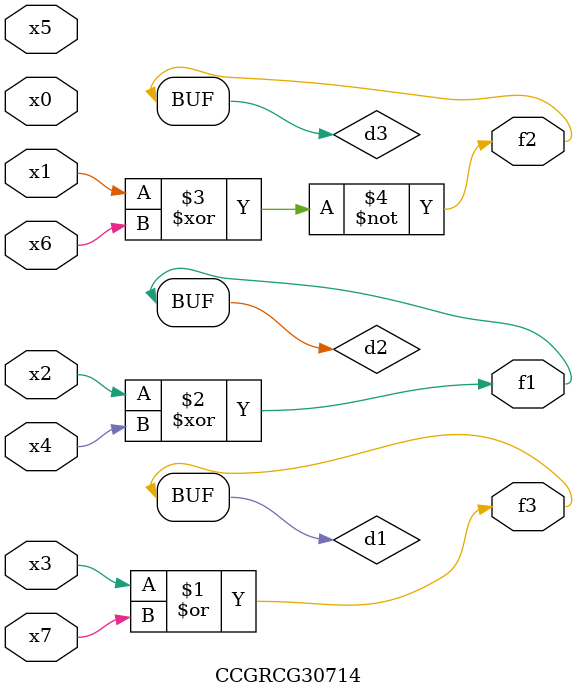
<source format=v>
module CCGRCG30714(
	input x0, x1, x2, x3, x4, x5, x6, x7,
	output f1, f2, f3
);

	wire d1, d2, d3;

	or (d1, x3, x7);
	xor (d2, x2, x4);
	xnor (d3, x1, x6);
	assign f1 = d2;
	assign f2 = d3;
	assign f3 = d1;
endmodule

</source>
